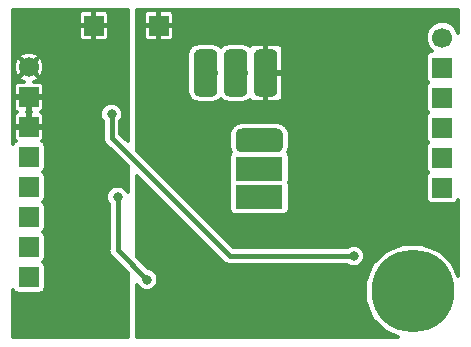
<source format=gbr>
G04 #@! TF.GenerationSoftware,KiCad,Pcbnew,(5.0.0)*
G04 #@! TF.CreationDate,2019-03-01T10:22:15+03:00*
G04 #@! TF.ProjectId,module,6D6F64756C652E6B696361645F706362,rev?*
G04 #@! TF.SameCoordinates,Original*
G04 #@! TF.FileFunction,Copper,L2,Bot,Signal*
G04 #@! TF.FilePolarity,Positive*
%FSLAX46Y46*%
G04 Gerber Fmt 4.6, Leading zero omitted, Abs format (unit mm)*
G04 Created by KiCad (PCBNEW (5.0.0)) date 03/01/19 10:22:15*
%MOMM*%
%LPD*%
G01*
G04 APERTURE LIST*
G04 #@! TA.AperFunction,ComponentPad*
%ADD10C,1.700000*%
G04 #@! TD*
G04 #@! TA.AperFunction,ComponentPad*
%ADD11R,1.700000X1.700000*%
G04 #@! TD*
G04 #@! TA.AperFunction,ComponentPad*
%ADD12C,7.000000*%
G04 #@! TD*
G04 #@! TA.AperFunction,Conductor*
%ADD13C,0.100000*%
G04 #@! TD*
G04 #@! TA.AperFunction,ComponentPad*
%ADD14C,2.000000*%
G04 #@! TD*
G04 #@! TA.AperFunction,ComponentPad*
%ADD15R,4.000000X2.000000*%
G04 #@! TD*
G04 #@! TA.AperFunction,ViaPad*
%ADD16C,0.800000*%
G04 #@! TD*
G04 #@! TA.AperFunction,Conductor*
%ADD17C,0.400000*%
G04 #@! TD*
G04 #@! TA.AperFunction,Conductor*
%ADD18C,0.300000*%
G04 #@! TD*
G04 APERTURE END LIST*
D10*
G04 #@! TO.P,XP1,1*
G04 #@! TO.N,Net-(FU1-Pad1)*
X199500000Y-76000000D03*
D11*
G04 #@! TO.P,XP1,2*
X199500000Y-78540000D03*
G04 #@! TO.P,XP1,3*
X199500000Y-81080000D03*
G04 #@! TO.P,XP1,4*
G04 #@! TO.N,Net-(R2-Pad1)*
X199500000Y-83620000D03*
G04 #@! TO.P,XP1,5*
G04 #@! TO.N,Net-(R1-Pad1)*
X199500000Y-86160000D03*
G04 #@! TO.P,XP1,6*
G04 #@! TO.N,Net-(C3-Pad2)*
X199500000Y-88700000D03*
G04 #@! TO.P,XP1,7*
X199500000Y-91240000D03*
G04 #@! TO.P,XP1,8*
X199500000Y-93780000D03*
G04 #@! TD*
D10*
G04 #@! TO.P,XP2,1*
G04 #@! TO.N,Net-(VT1-Pad5)*
X234500000Y-73500000D03*
D11*
G04 #@! TO.P,XP2,2*
X234500000Y-76040000D03*
G04 #@! TO.P,XP2,3*
X234500000Y-78580000D03*
G04 #@! TO.P,XP2,4*
X234500000Y-81120000D03*
G04 #@! TO.P,XP2,5*
X234500000Y-83660000D03*
G04 #@! TO.P,XP2,6*
X234500000Y-86200000D03*
G04 #@! TD*
G04 #@! TO.P,FU1,2*
G04 #@! TO.N,Net-(C3-Pad1)*
X210500000Y-72500000D03*
G04 #@! TO.P,FU1,1*
G04 #@! TO.N,Net-(FU1-Pad1)*
X205000000Y-72500000D03*
G04 #@! TD*
D12*
G04 #@! TO.P,rM3,*
G04 #@! TO.N,*
X232000000Y-95000000D03*
G04 #@! TD*
D13*
G04 #@! TO.N,Net-(R2-Pad2)*
G04 #@! TO.C,VT3*
G36*
X215009009Y-74502408D02*
X215057545Y-74509607D01*
X215105142Y-74521530D01*
X215151342Y-74538060D01*
X215195698Y-74559039D01*
X215237785Y-74584265D01*
X215277197Y-74613495D01*
X215313553Y-74646447D01*
X215346505Y-74682803D01*
X215375735Y-74722215D01*
X215400961Y-74764302D01*
X215421940Y-74808658D01*
X215438470Y-74854858D01*
X215450393Y-74902455D01*
X215457592Y-74950991D01*
X215460000Y-75000000D01*
X215460000Y-78000000D01*
X215457592Y-78049009D01*
X215450393Y-78097545D01*
X215438470Y-78145142D01*
X215421940Y-78191342D01*
X215400961Y-78235698D01*
X215375735Y-78277785D01*
X215346505Y-78317197D01*
X215313553Y-78353553D01*
X215277197Y-78386505D01*
X215237785Y-78415735D01*
X215195698Y-78440961D01*
X215151342Y-78461940D01*
X215105142Y-78478470D01*
X215057545Y-78490393D01*
X215009009Y-78497592D01*
X214960000Y-78500000D01*
X213960000Y-78500000D01*
X213910991Y-78497592D01*
X213862455Y-78490393D01*
X213814858Y-78478470D01*
X213768658Y-78461940D01*
X213724302Y-78440961D01*
X213682215Y-78415735D01*
X213642803Y-78386505D01*
X213606447Y-78353553D01*
X213573495Y-78317197D01*
X213544265Y-78277785D01*
X213519039Y-78235698D01*
X213498060Y-78191342D01*
X213481530Y-78145142D01*
X213469607Y-78097545D01*
X213462408Y-78049009D01*
X213460000Y-78000000D01*
X213460000Y-75000000D01*
X213462408Y-74950991D01*
X213469607Y-74902455D01*
X213481530Y-74854858D01*
X213498060Y-74808658D01*
X213519039Y-74764302D01*
X213544265Y-74722215D01*
X213573495Y-74682803D01*
X213606447Y-74646447D01*
X213642803Y-74613495D01*
X213682215Y-74584265D01*
X213724302Y-74559039D01*
X213768658Y-74538060D01*
X213814858Y-74521530D01*
X213862455Y-74509607D01*
X213910991Y-74502408D01*
X213960000Y-74500000D01*
X214960000Y-74500000D01*
X215009009Y-74502408D01*
X215009009Y-74502408D01*
G37*
D14*
G04 #@! TD*
G04 #@! TO.P,VT3,1*
G04 #@! TO.N,Net-(R2-Pad2)*
X214460000Y-76500000D03*
D13*
G04 #@! TO.N,Net-(VT1-Pad5)*
G04 #@! TO.C,VT3*
G36*
X217549009Y-74502408D02*
X217597545Y-74509607D01*
X217645142Y-74521530D01*
X217691342Y-74538060D01*
X217735698Y-74559039D01*
X217777785Y-74584265D01*
X217817197Y-74613495D01*
X217853553Y-74646447D01*
X217886505Y-74682803D01*
X217915735Y-74722215D01*
X217940961Y-74764302D01*
X217961940Y-74808658D01*
X217978470Y-74854858D01*
X217990393Y-74902455D01*
X217997592Y-74950991D01*
X218000000Y-75000000D01*
X218000000Y-78000000D01*
X217997592Y-78049009D01*
X217990393Y-78097545D01*
X217978470Y-78145142D01*
X217961940Y-78191342D01*
X217940961Y-78235698D01*
X217915735Y-78277785D01*
X217886505Y-78317197D01*
X217853553Y-78353553D01*
X217817197Y-78386505D01*
X217777785Y-78415735D01*
X217735698Y-78440961D01*
X217691342Y-78461940D01*
X217645142Y-78478470D01*
X217597545Y-78490393D01*
X217549009Y-78497592D01*
X217500000Y-78500000D01*
X216500000Y-78500000D01*
X216450991Y-78497592D01*
X216402455Y-78490393D01*
X216354858Y-78478470D01*
X216308658Y-78461940D01*
X216264302Y-78440961D01*
X216222215Y-78415735D01*
X216182803Y-78386505D01*
X216146447Y-78353553D01*
X216113495Y-78317197D01*
X216084265Y-78277785D01*
X216059039Y-78235698D01*
X216038060Y-78191342D01*
X216021530Y-78145142D01*
X216009607Y-78097545D01*
X216002408Y-78049009D01*
X216000000Y-78000000D01*
X216000000Y-75000000D01*
X216002408Y-74950991D01*
X216009607Y-74902455D01*
X216021530Y-74854858D01*
X216038060Y-74808658D01*
X216059039Y-74764302D01*
X216084265Y-74722215D01*
X216113495Y-74682803D01*
X216146447Y-74646447D01*
X216182803Y-74613495D01*
X216222215Y-74584265D01*
X216264302Y-74559039D01*
X216308658Y-74538060D01*
X216354858Y-74521530D01*
X216402455Y-74509607D01*
X216450991Y-74502408D01*
X216500000Y-74500000D01*
X217500000Y-74500000D01*
X217549009Y-74502408D01*
X217549009Y-74502408D01*
G37*
D14*
G04 #@! TD*
G04 #@! TO.P,VT3,2*
G04 #@! TO.N,Net-(VT1-Pad5)*
X217000000Y-76500000D03*
D13*
G04 #@! TO.N,Net-(C3-Pad1)*
G04 #@! TO.C,VT3*
G36*
X220089009Y-74502408D02*
X220137545Y-74509607D01*
X220185142Y-74521530D01*
X220231342Y-74538060D01*
X220275698Y-74559039D01*
X220317785Y-74584265D01*
X220357197Y-74613495D01*
X220393553Y-74646447D01*
X220426505Y-74682803D01*
X220455735Y-74722215D01*
X220480961Y-74764302D01*
X220501940Y-74808658D01*
X220518470Y-74854858D01*
X220530393Y-74902455D01*
X220537592Y-74950991D01*
X220540000Y-75000000D01*
X220540000Y-78000000D01*
X220537592Y-78049009D01*
X220530393Y-78097545D01*
X220518470Y-78145142D01*
X220501940Y-78191342D01*
X220480961Y-78235698D01*
X220455735Y-78277785D01*
X220426505Y-78317197D01*
X220393553Y-78353553D01*
X220357197Y-78386505D01*
X220317785Y-78415735D01*
X220275698Y-78440961D01*
X220231342Y-78461940D01*
X220185142Y-78478470D01*
X220137545Y-78490393D01*
X220089009Y-78497592D01*
X220040000Y-78500000D01*
X219040000Y-78500000D01*
X218990991Y-78497592D01*
X218942455Y-78490393D01*
X218894858Y-78478470D01*
X218848658Y-78461940D01*
X218804302Y-78440961D01*
X218762215Y-78415735D01*
X218722803Y-78386505D01*
X218686447Y-78353553D01*
X218653495Y-78317197D01*
X218624265Y-78277785D01*
X218599039Y-78235698D01*
X218578060Y-78191342D01*
X218561530Y-78145142D01*
X218549607Y-78097545D01*
X218542408Y-78049009D01*
X218540000Y-78000000D01*
X218540000Y-75000000D01*
X218542408Y-74950991D01*
X218549607Y-74902455D01*
X218561530Y-74854858D01*
X218578060Y-74808658D01*
X218599039Y-74764302D01*
X218624265Y-74722215D01*
X218653495Y-74682803D01*
X218686447Y-74646447D01*
X218722803Y-74613495D01*
X218762215Y-74584265D01*
X218804302Y-74559039D01*
X218848658Y-74538060D01*
X218894858Y-74521530D01*
X218942455Y-74509607D01*
X218990991Y-74502408D01*
X219040000Y-74500000D01*
X220040000Y-74500000D01*
X220089009Y-74502408D01*
X220089009Y-74502408D01*
G37*
D14*
G04 #@! TD*
G04 #@! TO.P,VT3,3*
G04 #@! TO.N,Net-(C3-Pad1)*
X219540000Y-76500000D03*
D13*
G04 #@! TO.N,Net-(R1-Pad2)*
G04 #@! TO.C,VT4*
G36*
X220549009Y-81202408D02*
X220597545Y-81209607D01*
X220645142Y-81221530D01*
X220691342Y-81238060D01*
X220735698Y-81259039D01*
X220777785Y-81284265D01*
X220817197Y-81313495D01*
X220853553Y-81346447D01*
X220886505Y-81382803D01*
X220915735Y-81422215D01*
X220940961Y-81464302D01*
X220961940Y-81508658D01*
X220978470Y-81554858D01*
X220990393Y-81602455D01*
X220997592Y-81650991D01*
X221000000Y-81700000D01*
X221000000Y-82700000D01*
X220997592Y-82749009D01*
X220990393Y-82797545D01*
X220978470Y-82845142D01*
X220961940Y-82891342D01*
X220940961Y-82935698D01*
X220915735Y-82977785D01*
X220886505Y-83017197D01*
X220853553Y-83053553D01*
X220817197Y-83086505D01*
X220777785Y-83115735D01*
X220735698Y-83140961D01*
X220691342Y-83161940D01*
X220645142Y-83178470D01*
X220597545Y-83190393D01*
X220549009Y-83197592D01*
X220500000Y-83200000D01*
X217500000Y-83200000D01*
X217450991Y-83197592D01*
X217402455Y-83190393D01*
X217354858Y-83178470D01*
X217308658Y-83161940D01*
X217264302Y-83140961D01*
X217222215Y-83115735D01*
X217182803Y-83086505D01*
X217146447Y-83053553D01*
X217113495Y-83017197D01*
X217084265Y-82977785D01*
X217059039Y-82935698D01*
X217038060Y-82891342D01*
X217021530Y-82845142D01*
X217009607Y-82797545D01*
X217002408Y-82749009D01*
X217000000Y-82700000D01*
X217000000Y-81700000D01*
X217002408Y-81650991D01*
X217009607Y-81602455D01*
X217021530Y-81554858D01*
X217038060Y-81508658D01*
X217059039Y-81464302D01*
X217084265Y-81422215D01*
X217113495Y-81382803D01*
X217146447Y-81346447D01*
X217182803Y-81313495D01*
X217222215Y-81284265D01*
X217264302Y-81259039D01*
X217308658Y-81238060D01*
X217354858Y-81221530D01*
X217402455Y-81209607D01*
X217450991Y-81202408D01*
X217500000Y-81200000D01*
X220500000Y-81200000D01*
X220549009Y-81202408D01*
X220549009Y-81202408D01*
G37*
D14*
G04 #@! TD*
G04 #@! TO.P,VT4,1*
G04 #@! TO.N,Net-(R1-Pad2)*
X219000000Y-82200000D03*
D15*
G04 #@! TO.P,VT4,2*
G04 #@! TO.N,Net-(VT1-Pad5)*
X219000000Y-84600000D03*
G04 #@! TO.P,VT4,3*
G04 #@! TO.N,Net-(C3-Pad2)*
X219000000Y-87000000D03*
G04 #@! TD*
D16*
G04 #@! TO.N,Net-(C3-Pad1)*
X232500000Y-88500000D03*
X231000000Y-88500000D03*
X210500000Y-90500000D03*
G04 #@! TO.N,Net-(R1-Pad2)*
X209500000Y-94000000D03*
X207000000Y-87000000D03*
G04 #@! TO.N,Net-(R2-Pad2)*
X206500000Y-80000000D03*
X227000000Y-92000000D03*
G04 #@! TD*
D17*
G04 #@! TO.N,Net-(R1-Pad2)*
X207000000Y-91500000D02*
X209500000Y-94000000D01*
X207000000Y-87000000D02*
X207000000Y-91500000D01*
G04 #@! TO.N,Net-(R2-Pad2)*
X227000000Y-92000000D02*
X216500000Y-92000000D01*
X216500000Y-92000000D02*
X206500000Y-82000000D01*
X206500000Y-82000000D02*
X206500000Y-80000000D01*
G04 #@! TD*
D18*
G04 #@! TO.N,Net-(FU1-Pad1)*
G36*
X207850000Y-82289341D02*
X207250000Y-81689341D01*
X207250000Y-80593503D01*
X207305371Y-80538132D01*
X207450000Y-80188967D01*
X207450000Y-79811033D01*
X207305371Y-79461868D01*
X207038132Y-79194629D01*
X206688967Y-79050000D01*
X206311033Y-79050000D01*
X205961868Y-79194629D01*
X205694629Y-79461868D01*
X205550000Y-79811033D01*
X205550000Y-80188967D01*
X205694629Y-80538132D01*
X205750001Y-80593504D01*
X205750000Y-81926135D01*
X205735307Y-82000000D01*
X205750000Y-82073865D01*
X205793516Y-82292634D01*
X205959280Y-82540720D01*
X206021906Y-82582565D01*
X207850000Y-84410659D01*
X207850000Y-86569612D01*
X207805371Y-86461868D01*
X207538132Y-86194629D01*
X207188967Y-86050000D01*
X206811033Y-86050000D01*
X206461868Y-86194629D01*
X206194629Y-86461868D01*
X206050000Y-86811033D01*
X206050000Y-87188967D01*
X206194629Y-87538132D01*
X206250000Y-87593503D01*
X206250001Y-91426130D01*
X206235307Y-91500000D01*
X206276555Y-91707364D01*
X206293517Y-91792635D01*
X206459281Y-92040720D01*
X206521904Y-92082563D01*
X207850000Y-93410660D01*
X207850000Y-98850000D01*
X198150000Y-98850000D01*
X198150000Y-94871671D01*
X198253472Y-95026528D01*
X198435401Y-95148089D01*
X198650000Y-95190775D01*
X200350000Y-95190775D01*
X200564599Y-95148089D01*
X200746528Y-95026528D01*
X200868089Y-94844599D01*
X200910775Y-94630000D01*
X200910775Y-92930000D01*
X200868089Y-92715401D01*
X200746528Y-92533472D01*
X200711400Y-92510000D01*
X200746528Y-92486528D01*
X200868089Y-92304599D01*
X200910775Y-92090000D01*
X200910775Y-90390000D01*
X200868089Y-90175401D01*
X200746528Y-89993472D01*
X200711400Y-89970000D01*
X200746528Y-89946528D01*
X200868089Y-89764599D01*
X200910775Y-89550000D01*
X200910775Y-87850000D01*
X200868089Y-87635401D01*
X200746528Y-87453472D01*
X200711400Y-87430000D01*
X200746528Y-87406528D01*
X200868089Y-87224599D01*
X200910775Y-87010000D01*
X200910775Y-85310000D01*
X200868089Y-85095401D01*
X200746528Y-84913472D01*
X200711400Y-84890000D01*
X200746528Y-84866528D01*
X200868089Y-84684599D01*
X200910775Y-84470000D01*
X200910775Y-82770000D01*
X200868089Y-82555401D01*
X200746528Y-82373472D01*
X200624476Y-82291920D01*
X200731491Y-82184905D01*
X200800000Y-82019511D01*
X200800000Y-81242500D01*
X200687500Y-81130000D01*
X199550000Y-81130000D01*
X199550000Y-81150000D01*
X199450000Y-81150000D01*
X199450000Y-81130000D01*
X198312500Y-81130000D01*
X198200000Y-81242500D01*
X198200000Y-82019511D01*
X198268509Y-82184905D01*
X198375524Y-82291920D01*
X198253472Y-82373472D01*
X198150000Y-82528329D01*
X198150000Y-78702500D01*
X198200000Y-78702500D01*
X198200000Y-79479511D01*
X198268509Y-79644905D01*
X198395096Y-79771492D01*
X198488063Y-79810000D01*
X198395096Y-79848508D01*
X198268509Y-79975095D01*
X198200000Y-80140489D01*
X198200000Y-80917500D01*
X198312500Y-81030000D01*
X199450000Y-81030000D01*
X199450000Y-79892500D01*
X199367500Y-79810000D01*
X199450000Y-79727500D01*
X199450000Y-78590000D01*
X199550000Y-78590000D01*
X199550000Y-79727500D01*
X199632500Y-79810000D01*
X199550000Y-79892500D01*
X199550000Y-81030000D01*
X200687500Y-81030000D01*
X200800000Y-80917500D01*
X200800000Y-80140489D01*
X200731491Y-79975095D01*
X200604904Y-79848508D01*
X200511937Y-79810000D01*
X200604904Y-79771492D01*
X200731491Y-79644905D01*
X200800000Y-79479511D01*
X200800000Y-78702500D01*
X200687500Y-78590000D01*
X199550000Y-78590000D01*
X199450000Y-78590000D01*
X198312500Y-78590000D01*
X198200000Y-78702500D01*
X198150000Y-78702500D01*
X198150000Y-77600489D01*
X198200000Y-77600489D01*
X198200000Y-78377500D01*
X198312500Y-78490000D01*
X199450000Y-78490000D01*
X199450000Y-78470000D01*
X199550000Y-78470000D01*
X199550000Y-78490000D01*
X200687500Y-78490000D01*
X200800000Y-78377500D01*
X200800000Y-77600489D01*
X200731491Y-77435095D01*
X200604904Y-77308508D01*
X200439510Y-77240000D01*
X199903034Y-77240000D01*
X200234695Y-77103219D01*
X200238086Y-77100953D01*
X200321614Y-76892325D01*
X199500000Y-76070711D01*
X198678386Y-76892325D01*
X198761914Y-77100953D01*
X199096148Y-77240000D01*
X198560490Y-77240000D01*
X198395096Y-77308508D01*
X198268509Y-77435095D01*
X198200000Y-77600489D01*
X198150000Y-77600489D01*
X198150000Y-76256586D01*
X198199603Y-76256586D01*
X198396781Y-76734695D01*
X198399047Y-76738086D01*
X198607675Y-76821614D01*
X199429289Y-76000000D01*
X199570711Y-76000000D01*
X200392325Y-76821614D01*
X200600953Y-76738086D01*
X200799601Y-76260586D01*
X200800397Y-75743414D01*
X200603219Y-75265305D01*
X200600953Y-75261914D01*
X200392325Y-75178386D01*
X199570711Y-76000000D01*
X199429289Y-76000000D01*
X198607675Y-75178386D01*
X198399047Y-75261914D01*
X198200399Y-75739414D01*
X198199603Y-76256586D01*
X198150000Y-76256586D01*
X198150000Y-75107675D01*
X198678386Y-75107675D01*
X199500000Y-75929289D01*
X200321614Y-75107675D01*
X200238086Y-74899047D01*
X199760586Y-74700399D01*
X199243414Y-74699603D01*
X198765305Y-74896781D01*
X198761914Y-74899047D01*
X198678386Y-75107675D01*
X198150000Y-75107675D01*
X198150000Y-72662500D01*
X203700000Y-72662500D01*
X203700000Y-73439510D01*
X203768508Y-73604904D01*
X203895095Y-73731491D01*
X204060489Y-73800000D01*
X204837500Y-73800000D01*
X204950000Y-73687500D01*
X204950000Y-72550000D01*
X205050000Y-72550000D01*
X205050000Y-73687500D01*
X205162500Y-73800000D01*
X205939511Y-73800000D01*
X206104905Y-73731491D01*
X206231492Y-73604904D01*
X206300000Y-73439510D01*
X206300000Y-72662500D01*
X206187500Y-72550000D01*
X205050000Y-72550000D01*
X204950000Y-72550000D01*
X203812500Y-72550000D01*
X203700000Y-72662500D01*
X198150000Y-72662500D01*
X198150000Y-71560490D01*
X203700000Y-71560490D01*
X203700000Y-72337500D01*
X203812500Y-72450000D01*
X204950000Y-72450000D01*
X204950000Y-71312500D01*
X205050000Y-71312500D01*
X205050000Y-72450000D01*
X206187500Y-72450000D01*
X206300000Y-72337500D01*
X206300000Y-71560490D01*
X206231492Y-71395096D01*
X206104905Y-71268509D01*
X205939511Y-71200000D01*
X205162500Y-71200000D01*
X205050000Y-71312500D01*
X204950000Y-71312500D01*
X204837500Y-71200000D01*
X204060489Y-71200000D01*
X203895095Y-71268509D01*
X203768508Y-71395096D01*
X203700000Y-71560490D01*
X198150000Y-71560490D01*
X198150000Y-71150000D01*
X207850000Y-71150000D01*
X207850000Y-82289341D01*
X207850000Y-82289341D01*
G37*
X207850000Y-82289341D02*
X207250000Y-81689341D01*
X207250000Y-80593503D01*
X207305371Y-80538132D01*
X207450000Y-80188967D01*
X207450000Y-79811033D01*
X207305371Y-79461868D01*
X207038132Y-79194629D01*
X206688967Y-79050000D01*
X206311033Y-79050000D01*
X205961868Y-79194629D01*
X205694629Y-79461868D01*
X205550000Y-79811033D01*
X205550000Y-80188967D01*
X205694629Y-80538132D01*
X205750001Y-80593504D01*
X205750000Y-81926135D01*
X205735307Y-82000000D01*
X205750000Y-82073865D01*
X205793516Y-82292634D01*
X205959280Y-82540720D01*
X206021906Y-82582565D01*
X207850000Y-84410659D01*
X207850000Y-86569612D01*
X207805371Y-86461868D01*
X207538132Y-86194629D01*
X207188967Y-86050000D01*
X206811033Y-86050000D01*
X206461868Y-86194629D01*
X206194629Y-86461868D01*
X206050000Y-86811033D01*
X206050000Y-87188967D01*
X206194629Y-87538132D01*
X206250000Y-87593503D01*
X206250001Y-91426130D01*
X206235307Y-91500000D01*
X206276555Y-91707364D01*
X206293517Y-91792635D01*
X206459281Y-92040720D01*
X206521904Y-92082563D01*
X207850000Y-93410660D01*
X207850000Y-98850000D01*
X198150000Y-98850000D01*
X198150000Y-94871671D01*
X198253472Y-95026528D01*
X198435401Y-95148089D01*
X198650000Y-95190775D01*
X200350000Y-95190775D01*
X200564599Y-95148089D01*
X200746528Y-95026528D01*
X200868089Y-94844599D01*
X200910775Y-94630000D01*
X200910775Y-92930000D01*
X200868089Y-92715401D01*
X200746528Y-92533472D01*
X200711400Y-92510000D01*
X200746528Y-92486528D01*
X200868089Y-92304599D01*
X200910775Y-92090000D01*
X200910775Y-90390000D01*
X200868089Y-90175401D01*
X200746528Y-89993472D01*
X200711400Y-89970000D01*
X200746528Y-89946528D01*
X200868089Y-89764599D01*
X200910775Y-89550000D01*
X200910775Y-87850000D01*
X200868089Y-87635401D01*
X200746528Y-87453472D01*
X200711400Y-87430000D01*
X200746528Y-87406528D01*
X200868089Y-87224599D01*
X200910775Y-87010000D01*
X200910775Y-85310000D01*
X200868089Y-85095401D01*
X200746528Y-84913472D01*
X200711400Y-84890000D01*
X200746528Y-84866528D01*
X200868089Y-84684599D01*
X200910775Y-84470000D01*
X200910775Y-82770000D01*
X200868089Y-82555401D01*
X200746528Y-82373472D01*
X200624476Y-82291920D01*
X200731491Y-82184905D01*
X200800000Y-82019511D01*
X200800000Y-81242500D01*
X200687500Y-81130000D01*
X199550000Y-81130000D01*
X199550000Y-81150000D01*
X199450000Y-81150000D01*
X199450000Y-81130000D01*
X198312500Y-81130000D01*
X198200000Y-81242500D01*
X198200000Y-82019511D01*
X198268509Y-82184905D01*
X198375524Y-82291920D01*
X198253472Y-82373472D01*
X198150000Y-82528329D01*
X198150000Y-78702500D01*
X198200000Y-78702500D01*
X198200000Y-79479511D01*
X198268509Y-79644905D01*
X198395096Y-79771492D01*
X198488063Y-79810000D01*
X198395096Y-79848508D01*
X198268509Y-79975095D01*
X198200000Y-80140489D01*
X198200000Y-80917500D01*
X198312500Y-81030000D01*
X199450000Y-81030000D01*
X199450000Y-79892500D01*
X199367500Y-79810000D01*
X199450000Y-79727500D01*
X199450000Y-78590000D01*
X199550000Y-78590000D01*
X199550000Y-79727500D01*
X199632500Y-79810000D01*
X199550000Y-79892500D01*
X199550000Y-81030000D01*
X200687500Y-81030000D01*
X200800000Y-80917500D01*
X200800000Y-80140489D01*
X200731491Y-79975095D01*
X200604904Y-79848508D01*
X200511937Y-79810000D01*
X200604904Y-79771492D01*
X200731491Y-79644905D01*
X200800000Y-79479511D01*
X200800000Y-78702500D01*
X200687500Y-78590000D01*
X199550000Y-78590000D01*
X199450000Y-78590000D01*
X198312500Y-78590000D01*
X198200000Y-78702500D01*
X198150000Y-78702500D01*
X198150000Y-77600489D01*
X198200000Y-77600489D01*
X198200000Y-78377500D01*
X198312500Y-78490000D01*
X199450000Y-78490000D01*
X199450000Y-78470000D01*
X199550000Y-78470000D01*
X199550000Y-78490000D01*
X200687500Y-78490000D01*
X200800000Y-78377500D01*
X200800000Y-77600489D01*
X200731491Y-77435095D01*
X200604904Y-77308508D01*
X200439510Y-77240000D01*
X199903034Y-77240000D01*
X200234695Y-77103219D01*
X200238086Y-77100953D01*
X200321614Y-76892325D01*
X199500000Y-76070711D01*
X198678386Y-76892325D01*
X198761914Y-77100953D01*
X199096148Y-77240000D01*
X198560490Y-77240000D01*
X198395096Y-77308508D01*
X198268509Y-77435095D01*
X198200000Y-77600489D01*
X198150000Y-77600489D01*
X198150000Y-76256586D01*
X198199603Y-76256586D01*
X198396781Y-76734695D01*
X198399047Y-76738086D01*
X198607675Y-76821614D01*
X199429289Y-76000000D01*
X199570711Y-76000000D01*
X200392325Y-76821614D01*
X200600953Y-76738086D01*
X200799601Y-76260586D01*
X200800397Y-75743414D01*
X200603219Y-75265305D01*
X200600953Y-75261914D01*
X200392325Y-75178386D01*
X199570711Y-76000000D01*
X199429289Y-76000000D01*
X198607675Y-75178386D01*
X198399047Y-75261914D01*
X198200399Y-75739414D01*
X198199603Y-76256586D01*
X198150000Y-76256586D01*
X198150000Y-75107675D01*
X198678386Y-75107675D01*
X199500000Y-75929289D01*
X200321614Y-75107675D01*
X200238086Y-74899047D01*
X199760586Y-74700399D01*
X199243414Y-74699603D01*
X198765305Y-74896781D01*
X198761914Y-74899047D01*
X198678386Y-75107675D01*
X198150000Y-75107675D01*
X198150000Y-72662500D01*
X203700000Y-72662500D01*
X203700000Y-73439510D01*
X203768508Y-73604904D01*
X203895095Y-73731491D01*
X204060489Y-73800000D01*
X204837500Y-73800000D01*
X204950000Y-73687500D01*
X204950000Y-72550000D01*
X205050000Y-72550000D01*
X205050000Y-73687500D01*
X205162500Y-73800000D01*
X205939511Y-73800000D01*
X206104905Y-73731491D01*
X206231492Y-73604904D01*
X206300000Y-73439510D01*
X206300000Y-72662500D01*
X206187500Y-72550000D01*
X205050000Y-72550000D01*
X204950000Y-72550000D01*
X203812500Y-72550000D01*
X203700000Y-72662500D01*
X198150000Y-72662500D01*
X198150000Y-71560490D01*
X203700000Y-71560490D01*
X203700000Y-72337500D01*
X203812500Y-72450000D01*
X204950000Y-72450000D01*
X204950000Y-71312500D01*
X205050000Y-71312500D01*
X205050000Y-72450000D01*
X206187500Y-72450000D01*
X206300000Y-72337500D01*
X206300000Y-71560490D01*
X206231492Y-71395096D01*
X206104905Y-71268509D01*
X205939511Y-71200000D01*
X205162500Y-71200000D01*
X205050000Y-71312500D01*
X204950000Y-71312500D01*
X204837500Y-71200000D01*
X204060489Y-71200000D01*
X203895095Y-71268509D01*
X203768508Y-71395096D01*
X203700000Y-71560490D01*
X198150000Y-71560490D01*
X198150000Y-71150000D01*
X207850000Y-71150000D01*
X207850000Y-82289341D01*
G04 #@! TO.N,Net-(C3-Pad1)*
G36*
X235850000Y-73100812D02*
X235686863Y-72706963D01*
X235293037Y-72313137D01*
X234778477Y-72100000D01*
X234221523Y-72100000D01*
X233706963Y-72313137D01*
X233313137Y-72706963D01*
X233100000Y-73221523D01*
X233100000Y-73778477D01*
X233313137Y-74293037D01*
X233649437Y-74629337D01*
X233435401Y-74671911D01*
X233253472Y-74793472D01*
X233131911Y-74975401D01*
X233089225Y-75190000D01*
X233089225Y-76890000D01*
X233131911Y-77104599D01*
X233253472Y-77286528D01*
X233288600Y-77310000D01*
X233253472Y-77333472D01*
X233131911Y-77515401D01*
X233089225Y-77730000D01*
X233089225Y-79430000D01*
X233131911Y-79644599D01*
X233253472Y-79826528D01*
X233288600Y-79850000D01*
X233253472Y-79873472D01*
X233131911Y-80055401D01*
X233089225Y-80270000D01*
X233089225Y-81970000D01*
X233131911Y-82184599D01*
X233253472Y-82366528D01*
X233288600Y-82390000D01*
X233253472Y-82413472D01*
X233131911Y-82595401D01*
X233089225Y-82810000D01*
X233089225Y-84510000D01*
X233131911Y-84724599D01*
X233253472Y-84906528D01*
X233288600Y-84930000D01*
X233253472Y-84953472D01*
X233131911Y-85135401D01*
X233089225Y-85350000D01*
X233089225Y-87050000D01*
X233131911Y-87264599D01*
X233253472Y-87446528D01*
X233435401Y-87568089D01*
X233650000Y-87610775D01*
X235350000Y-87610775D01*
X235564599Y-87568089D01*
X235746528Y-87446528D01*
X235850000Y-87291671D01*
X235850000Y-93711562D01*
X235433424Y-92705859D01*
X234294141Y-91566576D01*
X232805595Y-90950000D01*
X231194405Y-90950000D01*
X229705859Y-91566576D01*
X228566576Y-92705859D01*
X227950000Y-94194405D01*
X227950000Y-95805595D01*
X228566576Y-97294141D01*
X229705859Y-98433424D01*
X230711562Y-98850000D01*
X208650000Y-98850000D01*
X208650000Y-94430388D01*
X208694629Y-94538132D01*
X208961868Y-94805371D01*
X209311033Y-94950000D01*
X209688967Y-94950000D01*
X210038132Y-94805371D01*
X210305371Y-94538132D01*
X210450000Y-94188967D01*
X210450000Y-93811033D01*
X210305371Y-93461868D01*
X210038132Y-93194629D01*
X209688967Y-93050000D01*
X209610660Y-93050000D01*
X208650000Y-92089340D01*
X208650000Y-85210659D01*
X215917437Y-92478097D01*
X215959280Y-92540720D01*
X216119205Y-92647578D01*
X216207364Y-92706484D01*
X216500000Y-92764693D01*
X216573866Y-92750000D01*
X226406497Y-92750000D01*
X226461868Y-92805371D01*
X226811033Y-92950000D01*
X227188967Y-92950000D01*
X227538132Y-92805371D01*
X227805371Y-92538132D01*
X227950000Y-92188967D01*
X227950000Y-91811033D01*
X227805371Y-91461868D01*
X227538132Y-91194629D01*
X227188967Y-91050000D01*
X226811033Y-91050000D01*
X226461868Y-91194629D01*
X226406497Y-91250000D01*
X216810660Y-91250000D01*
X208650000Y-83089341D01*
X208650000Y-81700000D01*
X216439225Y-81700000D01*
X216439225Y-82700000D01*
X216519972Y-83105941D01*
X216594306Y-83217190D01*
X216481911Y-83385401D01*
X216439225Y-83600000D01*
X216439225Y-85600000D01*
X216479007Y-85800000D01*
X216439225Y-86000000D01*
X216439225Y-88000000D01*
X216481911Y-88214599D01*
X216603472Y-88396528D01*
X216785401Y-88518089D01*
X217000000Y-88560775D01*
X221000000Y-88560775D01*
X221214599Y-88518089D01*
X221396528Y-88396528D01*
X221518089Y-88214599D01*
X221560775Y-88000000D01*
X221560775Y-86000000D01*
X221520993Y-85800000D01*
X221560775Y-85600000D01*
X221560775Y-83600000D01*
X221518089Y-83385401D01*
X221405694Y-83217190D01*
X221480028Y-83105941D01*
X221560775Y-82700000D01*
X221560775Y-81700000D01*
X221480028Y-81294059D01*
X221250081Y-80949919D01*
X220905941Y-80719972D01*
X220500000Y-80639225D01*
X217500000Y-80639225D01*
X217094059Y-80719972D01*
X216749919Y-80949919D01*
X216519972Y-81294059D01*
X216439225Y-81700000D01*
X208650000Y-81700000D01*
X208650000Y-75000000D01*
X212899225Y-75000000D01*
X212899225Y-78000000D01*
X212979972Y-78405941D01*
X213209919Y-78750081D01*
X213554059Y-78980028D01*
X213960000Y-79060775D01*
X214960000Y-79060775D01*
X215365941Y-78980028D01*
X215710081Y-78750081D01*
X215730000Y-78720270D01*
X215749919Y-78750081D01*
X216094059Y-78980028D01*
X216500000Y-79060775D01*
X217500000Y-79060775D01*
X217905941Y-78980028D01*
X218192296Y-78788692D01*
X218285095Y-78881491D01*
X218450489Y-78950000D01*
X219377500Y-78950000D01*
X219490000Y-78837500D01*
X219490000Y-76550000D01*
X219590000Y-76550000D01*
X219590000Y-78837500D01*
X219702500Y-78950000D01*
X220629511Y-78950000D01*
X220794905Y-78881491D01*
X220921492Y-78754904D01*
X220990000Y-78589510D01*
X220990000Y-76662500D01*
X220877500Y-76550000D01*
X219590000Y-76550000D01*
X219490000Y-76550000D01*
X219470000Y-76550000D01*
X219470000Y-76450000D01*
X219490000Y-76450000D01*
X219490000Y-74162500D01*
X219590000Y-74162500D01*
X219590000Y-76450000D01*
X220877500Y-76450000D01*
X220990000Y-76337500D01*
X220990000Y-74410490D01*
X220921492Y-74245096D01*
X220794905Y-74118509D01*
X220629511Y-74050000D01*
X219702500Y-74050000D01*
X219590000Y-74162500D01*
X219490000Y-74162500D01*
X219377500Y-74050000D01*
X218450489Y-74050000D01*
X218285095Y-74118509D01*
X218192296Y-74211308D01*
X217905941Y-74019972D01*
X217500000Y-73939225D01*
X216500000Y-73939225D01*
X216094059Y-74019972D01*
X215749919Y-74249919D01*
X215730000Y-74279730D01*
X215710081Y-74249919D01*
X215365941Y-74019972D01*
X214960000Y-73939225D01*
X213960000Y-73939225D01*
X213554059Y-74019972D01*
X213209919Y-74249919D01*
X212979972Y-74594059D01*
X212899225Y-75000000D01*
X208650000Y-75000000D01*
X208650000Y-72662500D01*
X209200000Y-72662500D01*
X209200000Y-73439511D01*
X209268509Y-73604905D01*
X209395096Y-73731492D01*
X209560490Y-73800000D01*
X210337500Y-73800000D01*
X210450000Y-73687500D01*
X210450000Y-72550000D01*
X210550000Y-72550000D01*
X210550000Y-73687500D01*
X210662500Y-73800000D01*
X211439510Y-73800000D01*
X211604904Y-73731492D01*
X211731491Y-73604905D01*
X211800000Y-73439511D01*
X211800000Y-72662500D01*
X211687500Y-72550000D01*
X210550000Y-72550000D01*
X210450000Y-72550000D01*
X209312500Y-72550000D01*
X209200000Y-72662500D01*
X208650000Y-72662500D01*
X208650000Y-71560489D01*
X209200000Y-71560489D01*
X209200000Y-72337500D01*
X209312500Y-72450000D01*
X210450000Y-72450000D01*
X210450000Y-71312500D01*
X210550000Y-71312500D01*
X210550000Y-72450000D01*
X211687500Y-72450000D01*
X211800000Y-72337500D01*
X211800000Y-71560489D01*
X211731491Y-71395095D01*
X211604904Y-71268508D01*
X211439510Y-71200000D01*
X210662500Y-71200000D01*
X210550000Y-71312500D01*
X210450000Y-71312500D01*
X210337500Y-71200000D01*
X209560490Y-71200000D01*
X209395096Y-71268508D01*
X209268509Y-71395095D01*
X209200000Y-71560489D01*
X208650000Y-71560489D01*
X208650000Y-71150000D01*
X235850000Y-71150000D01*
X235850000Y-73100812D01*
X235850000Y-73100812D01*
G37*
X235850000Y-73100812D02*
X235686863Y-72706963D01*
X235293037Y-72313137D01*
X234778477Y-72100000D01*
X234221523Y-72100000D01*
X233706963Y-72313137D01*
X233313137Y-72706963D01*
X233100000Y-73221523D01*
X233100000Y-73778477D01*
X233313137Y-74293037D01*
X233649437Y-74629337D01*
X233435401Y-74671911D01*
X233253472Y-74793472D01*
X233131911Y-74975401D01*
X233089225Y-75190000D01*
X233089225Y-76890000D01*
X233131911Y-77104599D01*
X233253472Y-77286528D01*
X233288600Y-77310000D01*
X233253472Y-77333472D01*
X233131911Y-77515401D01*
X233089225Y-77730000D01*
X233089225Y-79430000D01*
X233131911Y-79644599D01*
X233253472Y-79826528D01*
X233288600Y-79850000D01*
X233253472Y-79873472D01*
X233131911Y-80055401D01*
X233089225Y-80270000D01*
X233089225Y-81970000D01*
X233131911Y-82184599D01*
X233253472Y-82366528D01*
X233288600Y-82390000D01*
X233253472Y-82413472D01*
X233131911Y-82595401D01*
X233089225Y-82810000D01*
X233089225Y-84510000D01*
X233131911Y-84724599D01*
X233253472Y-84906528D01*
X233288600Y-84930000D01*
X233253472Y-84953472D01*
X233131911Y-85135401D01*
X233089225Y-85350000D01*
X233089225Y-87050000D01*
X233131911Y-87264599D01*
X233253472Y-87446528D01*
X233435401Y-87568089D01*
X233650000Y-87610775D01*
X235350000Y-87610775D01*
X235564599Y-87568089D01*
X235746528Y-87446528D01*
X235850000Y-87291671D01*
X235850000Y-93711562D01*
X235433424Y-92705859D01*
X234294141Y-91566576D01*
X232805595Y-90950000D01*
X231194405Y-90950000D01*
X229705859Y-91566576D01*
X228566576Y-92705859D01*
X227950000Y-94194405D01*
X227950000Y-95805595D01*
X228566576Y-97294141D01*
X229705859Y-98433424D01*
X230711562Y-98850000D01*
X208650000Y-98850000D01*
X208650000Y-94430388D01*
X208694629Y-94538132D01*
X208961868Y-94805371D01*
X209311033Y-94950000D01*
X209688967Y-94950000D01*
X210038132Y-94805371D01*
X210305371Y-94538132D01*
X210450000Y-94188967D01*
X210450000Y-93811033D01*
X210305371Y-93461868D01*
X210038132Y-93194629D01*
X209688967Y-93050000D01*
X209610660Y-93050000D01*
X208650000Y-92089340D01*
X208650000Y-85210659D01*
X215917437Y-92478097D01*
X215959280Y-92540720D01*
X216119205Y-92647578D01*
X216207364Y-92706484D01*
X216500000Y-92764693D01*
X216573866Y-92750000D01*
X226406497Y-92750000D01*
X226461868Y-92805371D01*
X226811033Y-92950000D01*
X227188967Y-92950000D01*
X227538132Y-92805371D01*
X227805371Y-92538132D01*
X227950000Y-92188967D01*
X227950000Y-91811033D01*
X227805371Y-91461868D01*
X227538132Y-91194629D01*
X227188967Y-91050000D01*
X226811033Y-91050000D01*
X226461868Y-91194629D01*
X226406497Y-91250000D01*
X216810660Y-91250000D01*
X208650000Y-83089341D01*
X208650000Y-81700000D01*
X216439225Y-81700000D01*
X216439225Y-82700000D01*
X216519972Y-83105941D01*
X216594306Y-83217190D01*
X216481911Y-83385401D01*
X216439225Y-83600000D01*
X216439225Y-85600000D01*
X216479007Y-85800000D01*
X216439225Y-86000000D01*
X216439225Y-88000000D01*
X216481911Y-88214599D01*
X216603472Y-88396528D01*
X216785401Y-88518089D01*
X217000000Y-88560775D01*
X221000000Y-88560775D01*
X221214599Y-88518089D01*
X221396528Y-88396528D01*
X221518089Y-88214599D01*
X221560775Y-88000000D01*
X221560775Y-86000000D01*
X221520993Y-85800000D01*
X221560775Y-85600000D01*
X221560775Y-83600000D01*
X221518089Y-83385401D01*
X221405694Y-83217190D01*
X221480028Y-83105941D01*
X221560775Y-82700000D01*
X221560775Y-81700000D01*
X221480028Y-81294059D01*
X221250081Y-80949919D01*
X220905941Y-80719972D01*
X220500000Y-80639225D01*
X217500000Y-80639225D01*
X217094059Y-80719972D01*
X216749919Y-80949919D01*
X216519972Y-81294059D01*
X216439225Y-81700000D01*
X208650000Y-81700000D01*
X208650000Y-75000000D01*
X212899225Y-75000000D01*
X212899225Y-78000000D01*
X212979972Y-78405941D01*
X213209919Y-78750081D01*
X213554059Y-78980028D01*
X213960000Y-79060775D01*
X214960000Y-79060775D01*
X215365941Y-78980028D01*
X215710081Y-78750081D01*
X215730000Y-78720270D01*
X215749919Y-78750081D01*
X216094059Y-78980028D01*
X216500000Y-79060775D01*
X217500000Y-79060775D01*
X217905941Y-78980028D01*
X218192296Y-78788692D01*
X218285095Y-78881491D01*
X218450489Y-78950000D01*
X219377500Y-78950000D01*
X219490000Y-78837500D01*
X219490000Y-76550000D01*
X219590000Y-76550000D01*
X219590000Y-78837500D01*
X219702500Y-78950000D01*
X220629511Y-78950000D01*
X220794905Y-78881491D01*
X220921492Y-78754904D01*
X220990000Y-78589510D01*
X220990000Y-76662500D01*
X220877500Y-76550000D01*
X219590000Y-76550000D01*
X219490000Y-76550000D01*
X219470000Y-76550000D01*
X219470000Y-76450000D01*
X219490000Y-76450000D01*
X219490000Y-74162500D01*
X219590000Y-74162500D01*
X219590000Y-76450000D01*
X220877500Y-76450000D01*
X220990000Y-76337500D01*
X220990000Y-74410490D01*
X220921492Y-74245096D01*
X220794905Y-74118509D01*
X220629511Y-74050000D01*
X219702500Y-74050000D01*
X219590000Y-74162500D01*
X219490000Y-74162500D01*
X219377500Y-74050000D01*
X218450489Y-74050000D01*
X218285095Y-74118509D01*
X218192296Y-74211308D01*
X217905941Y-74019972D01*
X217500000Y-73939225D01*
X216500000Y-73939225D01*
X216094059Y-74019972D01*
X215749919Y-74249919D01*
X215730000Y-74279730D01*
X215710081Y-74249919D01*
X215365941Y-74019972D01*
X214960000Y-73939225D01*
X213960000Y-73939225D01*
X213554059Y-74019972D01*
X213209919Y-74249919D01*
X212979972Y-74594059D01*
X212899225Y-75000000D01*
X208650000Y-75000000D01*
X208650000Y-72662500D01*
X209200000Y-72662500D01*
X209200000Y-73439511D01*
X209268509Y-73604905D01*
X209395096Y-73731492D01*
X209560490Y-73800000D01*
X210337500Y-73800000D01*
X210450000Y-73687500D01*
X210450000Y-72550000D01*
X210550000Y-72550000D01*
X210550000Y-73687500D01*
X210662500Y-73800000D01*
X211439510Y-73800000D01*
X211604904Y-73731492D01*
X211731491Y-73604905D01*
X211800000Y-73439511D01*
X211800000Y-72662500D01*
X211687500Y-72550000D01*
X210550000Y-72550000D01*
X210450000Y-72550000D01*
X209312500Y-72550000D01*
X209200000Y-72662500D01*
X208650000Y-72662500D01*
X208650000Y-71560489D01*
X209200000Y-71560489D01*
X209200000Y-72337500D01*
X209312500Y-72450000D01*
X210450000Y-72450000D01*
X210450000Y-71312500D01*
X210550000Y-71312500D01*
X210550000Y-72450000D01*
X211687500Y-72450000D01*
X211800000Y-72337500D01*
X211800000Y-71560489D01*
X211731491Y-71395095D01*
X211604904Y-71268508D01*
X211439510Y-71200000D01*
X210662500Y-71200000D01*
X210550000Y-71312500D01*
X210450000Y-71312500D01*
X210337500Y-71200000D01*
X209560490Y-71200000D01*
X209395096Y-71268508D01*
X209268509Y-71395095D01*
X209200000Y-71560489D01*
X208650000Y-71560489D01*
X208650000Y-71150000D01*
X235850000Y-71150000D01*
X235850000Y-73100812D01*
G04 #@! TD*
M02*

</source>
